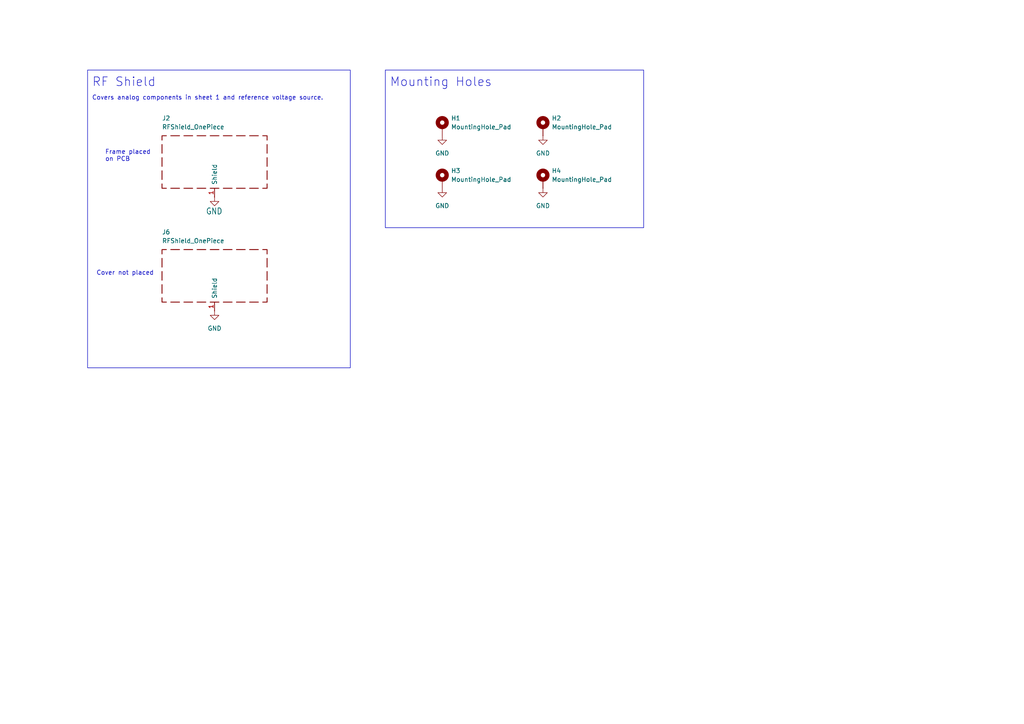
<source format=kicad_sch>
(kicad_sch (version 20231120) (generator "eeschema") (generator_version "8.0")
  (paper "A4")
  (title_block (title "Soil Power Sensor") (date "2024-07-26") (rev "2.2.1") (company "jlab"))
  (lib_symbols
    (symbol "Device:RFShield_OnePiece" (pin_names (offset 1.016))
      (property "Reference" "J" (at 0 5.08 0))
      (property "Value" "RFShield_OnePiece" (at 0 2.54 0))
      (symbol "RFShield_OnePiece_0_1"
        (polyline (pts (xy -15.24 -5.08) (xy -15.24 -2.54)) (stroke (width 0.254)))
        (polyline (pts (xy -15.24 -1.27) (xy -15.24 1.27)) (stroke (width 0.254)))
        (polyline (pts (xy -15.24 2.54) (xy -15.24 5.08)) (stroke (width 0.254)))
        (polyline (pts (xy -12.7 7.62) (xy -10.16 7.62)) (stroke (width 0.254)))
        (polyline (pts (xy -10.16 -7.62) (xy -12.7 -7.62)) (stroke (width 0.254)))
        (polyline (pts (xy -6.35 -7.62) (xy -8.89 -7.62)) (stroke (width 0.254)))
        (polyline (pts (xy -6.35 7.62) (xy -8.89 7.62)) (stroke (width 0.254)))
        (polyline (pts (xy -2.54 -7.62) (xy -5.08 -7.62)) (stroke (width 0.254)))
        (polyline (pts (xy -2.54 7.62) (xy -5.08 7.62)) (stroke (width 0.254)))
        (polyline (pts (xy -1.27 -7.62) (xy 1.27 -7.62)) (stroke (width 0.254)))
        (polyline (pts (xy 1.27 7.62) (xy -1.27 7.62)) (stroke (width 0.254)))
        (polyline (pts (xy 2.54 -7.62) (xy 5.08 -7.62)) (stroke (width 0.254)))
        (polyline (pts (xy 5.08 7.62) (xy 2.54 7.62)) (stroke (width 0.254)))
        (polyline (pts (xy 6.35 -7.62) (xy 8.89 -7.62)) (stroke (width 0.254)))
        (polyline (pts (xy 8.89 7.62) (xy 6.35 7.62)) (stroke (width 0.254)))
        (polyline (pts (xy 10.16 -7.62) (xy 12.7 -7.62)) (stroke (width 0.254)))
        (polyline (pts (xy 12.7 7.62) (xy 10.16 7.62)) (stroke (width 0.254)))
        (polyline (pts (xy 15.24 -5.08) (xy 15.24 -2.54)) (stroke (width 0.254)))
        (polyline (pts (xy 15.24 -1.27) (xy 15.24 1.27)) (stroke (width 0.254)))
        (polyline (pts (xy 15.24 2.54) (xy 15.24 5.08)) (stroke (width 0.254)))
        (polyline (pts (xy -15.24 6.35) (xy -15.24 7.62) (xy -13.97 7.62)) (stroke (width 0.254)))
        (polyline (pts (xy -13.97 -7.62) (xy -15.24 -7.62) (xy -15.24 -6.35)) (stroke (width 0.254)))
        (polyline (pts (xy 13.97 -7.62) (xy 15.24 -7.62) (xy 15.24 -6.35)) (stroke (width 0.254)))
        (polyline (pts (xy 15.24 6.35) (xy 15.24 7.62) (xy 13.97 7.62)) (stroke (width 0.254)))
      )
      (symbol "RFShield_OnePiece_1_1"
        (pin passive line (at 0 -10.16 90) (length 2.54) (name "Shield") (number "1"))
      )
    )
    (symbol "Mechanical:MountingHole_Pad" (pin_numbers hide) (pin_names (offset 1.016) hide) (exclude_from_sim yes) (in_bom no)
      (property "Reference" "H" (at 0 6.35 0))
      (property "Value" "MountingHole_Pad" (at 0 4.445 0))
      (symbol "MountingHole_Pad_0_1"
        (circle (center 0 1.27) (radius 1.27) (stroke (width 1.27)))
      )
      (symbol "MountingHole_Pad_1_1"
        (pin input line (at 0 -2.54 90) (length 2.54) (name "1") (number "1"))
      )
    )
    (symbol "power:GND" (power) (pin_numbers hide) (pin_names (offset 0) hide)
      (property "Value" "GND" (at 0 -3.81 0))
      (symbol "GND_0_1"
        (polyline (pts (xy 0 0) (xy 0 -1.27) (xy 1.27 -1.27) (xy 0 -2.54) (xy -1.27 -1.27) (xy 0 -1.27)))
      )
      (symbol "GND_1_1"
        (pin power_in line (at 0 0 270) (length 0) (name "~") (number "1"))
      )
    )
  )
  (rectangle (start 25.4 20.32) (end 101.6 106.68))
  (rectangle (start 111.76 20.32) (end 186.69 66.04))
  (text "Mounting Holes" (at 113.03 25.4 0) (effects (font (size 2.54 2.54)) (justify left bottom)))
  (text "Covers analog components in sheet 1 and reference voltage source." (at 26.67 29.21 0) (effects (font (size 1.27 1.27)) (justify left bottom)))
  (text "RF Shield" (at 26.67 25.4 0) (effects (font (size 2.54 2.54)) (justify left bottom)))
  (text "Frame placed\non PCB" (at 30.48 46.99 0) (effects (font (size 1.27 1.27)) (justify left bottom)))
  (text "Cover not placed" (at 27.94 80.01 0) (effects (font (size 1.27 1.27)) (justify left bottom)))
  (symbol (lib_id "Mechanical:MountingHole_Pad") (at 128.27 52.07 0) (unit 1) (in_bom no)
    (property "Reference" "H3" (at 130.81 49.53 0) (effects (justify left)))
    (property "Value" "MountingHole_Pad" (at 130.81 52.07 0) (effects (justify left)))
    (property "Footprint" "MountingHole:MountingHole_3.2mm_M3_ISO7380_Pad_TopBottom" (effects (hide yes)))
    (property "Description" "Mounting Hole with connection" (effects (hide yes)))
  )
  (symbol (lib_id "Device:RFShield_OnePiece") (at 62.23 46.99 0) (unit 1)
    (property "Reference" "J2" (at 46.99 34.29 0) (effects (justify left)))
    (property "Value" "RFShield_OnePiece" (at 46.99 36.83 0) (effects (justify left)))
    (property "Footprint" "RF_Shielding:Wuerth_36103305_30x30mm" (effects (hide yes)))
    (property "Description" "One-piece EMI RF shielding cabinet" (effects (hide yes)))
    (property "MPN" "36103305S" (effects (hide yes)))
    (property "MFC" "Würth Elektronik" (effects (hide yes)))
  )
  (symbol (lib_id "power:GND") (at 62.23 90.17 0) (unit 1)
    (property "Reference" "#PWR017" (effects (hide yes)))
    (property "Value" "GND" (at 62.23 95.25 0))
    (property "Description" "Power symbol creates a global label with name \"GND\" , ground" (effects (hide yes)))
  )
  (symbol (lib_id "Mechanical:MountingHole_Pad") (at 128.27 36.83 0) (unit 1) (in_bom no)
    (property "Reference" "H1" (at 130.81 34.29 0) (effects (justify left)))
    (property "Value" "MountingHole_Pad" (at 130.81 36.83 0) (effects (justify left)))
    (property "Footprint" "MountingHole:MountingHole_3.2mm_M3_ISO7380_Pad_TopBottom" (effects (hide yes)))
    (property "Description" "Mounting Hole with connection" (effects (hide yes)))
  )
  (symbol (lib_id "power:GND") (at 128.27 39.37 0) (unit 1)
    (property "Reference" "#PWR05" (effects (hide yes)))
    (property "Value" "GND" (at 128.27 44.45 0))
    (property "Description" "Power symbol creates a global label with name \"GND\" , ground" (effects (hide yes)))
  )
  (symbol (lib_id "power:GND") (at 62.23 57.15 0) (unit 1)
    (property "Reference" "#GND01" (effects (hide yes)))
    (property "Value" "GND" (at 59.69 62.23 0) (effects (font (size 1.778 1.5113)) (justify left bottom)))
    (property "Description" "Power symbol creates a global label with name \"GND\" , ground" (effects (hide yes)))
  )
  (symbol (lib_id "Device:RFShield_OnePiece") (at 62.23 80.01 0) (unit 1) (on_board no)
    (property "Reference" "J6" (at 46.99 67.31 0) (effects (justify left)))
    (property "Value" "RFShield_OnePiece" (at 46.99 69.85 0) (effects (justify left)))
    (property "Description" "One-piece EMI RF shielding cabinet" (effects (hide yes)))
    (property "MPN" "36003300S" (effects (hide yes)))
    (property "MFC" "Würth Elektronik" (effects (hide yes)))
  )
  (symbol (lib_id "Mechanical:MountingHole_Pad") (at 157.48 52.07 0) (unit 1) (in_bom no)
    (property "Reference" "H4" (at 160.02 49.53 0) (effects (justify left)))
    (property "Value" "MountingHole_Pad" (at 160.02 52.07 0) (effects (justify left)))
    (property "Footprint" "MountingHole:MountingHole_3.2mm_M3_ISO7380_Pad_TopBottom" (effects (hide yes)))
    (property "Description" "Mounting Hole with connection" (effects (hide yes)))
  )
  (symbol (lib_id "power:GND") (at 157.48 39.37 0) (unit 1)
    (property "Reference" "#PWR06" (effects (hide yes)))
    (property "Value" "GND" (at 157.48 44.45 0))
    (property "Description" "Power symbol creates a global label with name \"GND\" , ground" (effects (hide yes)))
  )
  (symbol (lib_id "power:GND") (at 128.27 54.61 0) (unit 1)
    (property "Reference" "#PWR07" (effects (hide yes)))
    (property "Value" "GND" (at 128.27 59.69 0))
    (property "Description" "Power symbol creates a global label with name \"GND\" , ground" (effects (hide yes)))
  )
  (symbol (lib_id "Mechanical:MountingHole_Pad") (at 157.48 36.83 0) (unit 1) (in_bom no)
    (property "Reference" "H2" (at 160.02 34.29 0) (effects (justify left)))
    (property "Value" "MountingHole_Pad" (at 160.02 36.83 0) (effects (justify left)))
    (property "Footprint" "MountingHole:MountingHole_3.2mm_M3_ISO7380_Pad_TopBottom" (effects (hide yes)))
    (property "Description" "Mounting Hole with connection" (effects (hide yes)))
  )
  (symbol (lib_id "power:GND") (at 157.48 54.61 0) (unit 1)
    (property "Reference" "#PWR08" (effects (hide yes)))
    (property "Value" "GND" (at 157.48 59.69 0))
    (property "Description" "Power symbol creates a global label with name \"GND\" , ground" (effects (hide yes)))
  )
)
</source>
